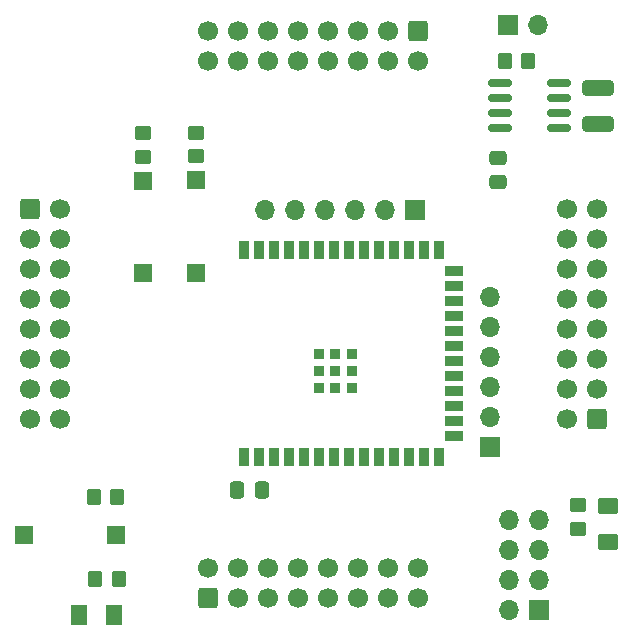
<source format=gbr>
%TF.GenerationSoftware,KiCad,Pcbnew,6.0.11+dfsg-1~bpo11+1*%
%TF.CreationDate,2023-07-05T16:28:11+02:00*%
%TF.ProjectId,dvert_21,64766572-745f-4323-912e-6b696361645f,rev?*%
%TF.SameCoordinates,Original*%
%TF.FileFunction,Soldermask,Top*%
%TF.FilePolarity,Negative*%
%FSLAX46Y46*%
G04 Gerber Fmt 4.6, Leading zero omitted, Abs format (unit mm)*
G04 Created by KiCad (PCBNEW 6.0.11+dfsg-1~bpo11+1) date 2023-07-05 16:28:11*
%MOMM*%
%LPD*%
G01*
G04 APERTURE LIST*
G04 Aperture macros list*
%AMRoundRect*
0 Rectangle with rounded corners*
0 $1 Rounding radius*
0 $2 $3 $4 $5 $6 $7 $8 $9 X,Y pos of 4 corners*
0 Add a 4 corners polygon primitive as box body*
4,1,4,$2,$3,$4,$5,$6,$7,$8,$9,$2,$3,0*
0 Add four circle primitives for the rounded corners*
1,1,$1+$1,$2,$3*
1,1,$1+$1,$4,$5*
1,1,$1+$1,$6,$7*
1,1,$1+$1,$8,$9*
0 Add four rect primitives between the rounded corners*
20,1,$1+$1,$2,$3,$4,$5,0*
20,1,$1+$1,$4,$5,$6,$7,0*
20,1,$1+$1,$6,$7,$8,$9,0*
20,1,$1+$1,$8,$9,$2,$3,0*%
G04 Aperture macros list end*
%ADD10RoundRect,0.250000X0.450000X-0.350000X0.450000X0.350000X-0.450000X0.350000X-0.450000X-0.350000X0*%
%ADD11RoundRect,0.150000X-0.825000X-0.150000X0.825000X-0.150000X0.825000X0.150000X-0.825000X0.150000X0*%
%ADD12RoundRect,0.250000X0.350000X0.450000X-0.350000X0.450000X-0.350000X-0.450000X0.350000X-0.450000X0*%
%ADD13RoundRect,0.250000X0.600000X0.600000X-0.600000X0.600000X-0.600000X-0.600000X0.600000X-0.600000X0*%
%ADD14C,1.700000*%
%ADD15R,0.900000X1.500000*%
%ADD16R,1.500000X0.900000*%
%ADD17R,0.900000X0.900000*%
%ADD18RoundRect,0.250000X-1.075000X0.400000X-1.075000X-0.400000X1.075000X-0.400000X1.075000X0.400000X0*%
%ADD19RoundRect,0.250000X0.600000X-0.600000X0.600000X0.600000X-0.600000X0.600000X-0.600000X-0.600000X0*%
%ADD20RoundRect,0.250000X-0.337500X-0.475000X0.337500X-0.475000X0.337500X0.475000X-0.337500X0.475000X0*%
%ADD21R,1.700000X1.700000*%
%ADD22O,1.700000X1.700000*%
%ADD23RoundRect,0.250000X-0.600000X0.600000X-0.600000X-0.600000X0.600000X-0.600000X0.600000X0.600000X0*%
%ADD24RoundRect,0.250000X0.475000X-0.337500X0.475000X0.337500X-0.475000X0.337500X-0.475000X-0.337500X0*%
%ADD25RoundRect,0.250001X-0.462499X-0.624999X0.462499X-0.624999X0.462499X0.624999X-0.462499X0.624999X0*%
%ADD26R,1.500000X1.500000*%
%ADD27RoundRect,0.250000X-0.600000X-0.600000X0.600000X-0.600000X0.600000X0.600000X-0.600000X0.600000X0*%
%ADD28RoundRect,0.250000X-0.450000X0.350000X-0.450000X-0.350000X0.450000X-0.350000X0.450000X0.350000X0*%
%ADD29RoundRect,0.250001X0.624999X-0.462499X0.624999X0.462499X-0.624999X0.462499X-0.624999X-0.462499X0*%
G04 APERTURE END LIST*
D10*
%TO.C,R2*%
X128590000Y-79630000D03*
X128590000Y-77630000D03*
%TD*%
D11*
%TO.C,U2*%
X158825000Y-73395000D03*
X158825000Y-74665000D03*
X158825000Y-75935000D03*
X158825000Y-77205000D03*
X163775000Y-77205000D03*
X163775000Y-75935000D03*
X163775000Y-74665000D03*
X163775000Y-73395000D03*
%TD*%
D12*
%TO.C,R3*%
X126410000Y-108470000D03*
X124410000Y-108470000D03*
%TD*%
D13*
%TO.C,J4*%
X167010000Y-101870000D03*
D14*
X164470000Y-101870000D03*
X167010000Y-99330000D03*
X164470000Y-99330000D03*
X167010000Y-96790000D03*
X164470000Y-96790000D03*
X167010000Y-94250000D03*
X164470000Y-94250000D03*
X167010000Y-91710000D03*
X164470000Y-91710000D03*
X167010000Y-89170000D03*
X164470000Y-89170000D03*
X167010000Y-86630000D03*
X164470000Y-86630000D03*
X167010000Y-84090000D03*
X164470000Y-84090000D03*
%TD*%
D15*
%TO.C,U1*%
X137120000Y-105030000D03*
X138390000Y-105030000D03*
X139660000Y-105030000D03*
X140930000Y-105030000D03*
X142200000Y-105030000D03*
X143470000Y-105030000D03*
X144740000Y-105030000D03*
X146010000Y-105030000D03*
X147280000Y-105030000D03*
X148550000Y-105030000D03*
X149820000Y-105030000D03*
X151090000Y-105030000D03*
X152360000Y-105030000D03*
X153630000Y-105030000D03*
D16*
X154880000Y-103265000D03*
X154880000Y-101995000D03*
X154880000Y-100725000D03*
X154880000Y-99455000D03*
X154880000Y-98185000D03*
X154880000Y-96915000D03*
X154880000Y-95645000D03*
X154880000Y-94375000D03*
X154880000Y-93105000D03*
X154880000Y-91835000D03*
X154880000Y-90565000D03*
X154880000Y-89295000D03*
D15*
X153630000Y-87530000D03*
X152360000Y-87530000D03*
X151090000Y-87530000D03*
X149820000Y-87530000D03*
X148550000Y-87530000D03*
X147280000Y-87530000D03*
X146010000Y-87530000D03*
X144740000Y-87530000D03*
X143470000Y-87530000D03*
X142200000Y-87530000D03*
X140930000Y-87530000D03*
X139660000Y-87530000D03*
X138390000Y-87530000D03*
X137120000Y-87530000D03*
D17*
X144840000Y-97780000D03*
X144840000Y-99180000D03*
X143440000Y-97780000D03*
X146240000Y-96380000D03*
X146240000Y-97780000D03*
X143440000Y-99180000D03*
X146240000Y-99180000D03*
X143440000Y-96380000D03*
X144840000Y-96380000D03*
%TD*%
D18*
%TO.C,R11*%
X167100000Y-73800000D03*
X167100000Y-76900000D03*
%TD*%
D19*
%TO.C,J2*%
X134060000Y-116992500D03*
D14*
X134060000Y-114452500D03*
X136600000Y-116992500D03*
X136600000Y-114452500D03*
X139140000Y-116992500D03*
X139140000Y-114452500D03*
X141680000Y-116992500D03*
X141680000Y-114452500D03*
X144220000Y-116992500D03*
X144220000Y-114452500D03*
X146760000Y-116992500D03*
X146760000Y-114452500D03*
X149300000Y-116992500D03*
X149300000Y-114452500D03*
X151840000Y-116992500D03*
X151840000Y-114452500D03*
%TD*%
D20*
%TO.C,C1*%
X136555000Y-107820000D03*
X138630000Y-107820000D03*
%TD*%
D21*
%TO.C,J7*%
X159460000Y-68500000D03*
D22*
X162000000Y-68500000D03*
%TD*%
D23*
%TO.C,J1*%
X151870000Y-68980000D03*
D14*
X151870000Y-71520000D03*
X149330000Y-68980000D03*
X149330000Y-71520000D03*
X146790000Y-68980000D03*
X146790000Y-71520000D03*
X144250000Y-68980000D03*
X144250000Y-71520000D03*
X141710000Y-68980000D03*
X141710000Y-71520000D03*
X139170000Y-68980000D03*
X139170000Y-71520000D03*
X136630000Y-68980000D03*
X136630000Y-71520000D03*
X134090000Y-68980000D03*
X134090000Y-71520000D03*
%TD*%
D24*
%TO.C,C2*%
X158610000Y-81815000D03*
X158610000Y-79740000D03*
%TD*%
D21*
%TO.C,J6*%
X157985000Y-104245000D03*
D22*
X157985000Y-101705000D03*
X157985000Y-99165000D03*
X157985000Y-96625000D03*
X157985000Y-94085000D03*
X157985000Y-91545000D03*
%TD*%
D25*
%TO.C,D1*%
X123175000Y-118470000D03*
X126150000Y-118470000D03*
%TD*%
D26*
%TO.C,SW2*%
X128590000Y-89450000D03*
X128590000Y-81650000D03*
%TD*%
%TO.C,SW1*%
X133040000Y-89440000D03*
X133040000Y-81640000D03*
%TD*%
D21*
%TO.C,J5*%
X151585000Y-84115000D03*
D22*
X149045000Y-84115000D03*
X146505000Y-84115000D03*
X143965000Y-84115000D03*
X141425000Y-84115000D03*
X138885000Y-84115000D03*
%TD*%
D10*
%TO.C,R1*%
X133030000Y-79610000D03*
X133030000Y-77610000D03*
%TD*%
D21*
%TO.C,J8*%
X162100000Y-118000000D03*
D22*
X159560000Y-118000000D03*
X162100000Y-115460000D03*
X159560000Y-115460000D03*
X162100000Y-112920000D03*
X159560000Y-112920000D03*
X162100000Y-110380000D03*
X159560000Y-110380000D03*
%TD*%
D27*
%TO.C,J3*%
X119010000Y-84100000D03*
D14*
X121550000Y-84100000D03*
X119010000Y-86640000D03*
X121550000Y-86640000D03*
X119010000Y-89180000D03*
X121550000Y-89180000D03*
X119010000Y-91720000D03*
X121550000Y-91720000D03*
X119010000Y-94260000D03*
X121550000Y-94260000D03*
X119010000Y-96800000D03*
X121550000Y-96800000D03*
X119010000Y-99340000D03*
X121550000Y-99340000D03*
X119010000Y-101880000D03*
X121550000Y-101880000D03*
%TD*%
D28*
%TO.C,R9*%
X165430000Y-109150000D03*
X165430000Y-111150000D03*
%TD*%
D29*
%TO.C,D2*%
X167980000Y-112225000D03*
X167980000Y-109250000D03*
%TD*%
D12*
%TO.C,R8*%
X126520000Y-115410000D03*
X124520000Y-115410000D03*
%TD*%
D26*
%TO.C,SW3*%
X118500000Y-111700000D03*
X126300000Y-111700000D03*
%TD*%
D12*
%TO.C,R10*%
X161200000Y-71500000D03*
X159200000Y-71500000D03*
%TD*%
M02*

</source>
